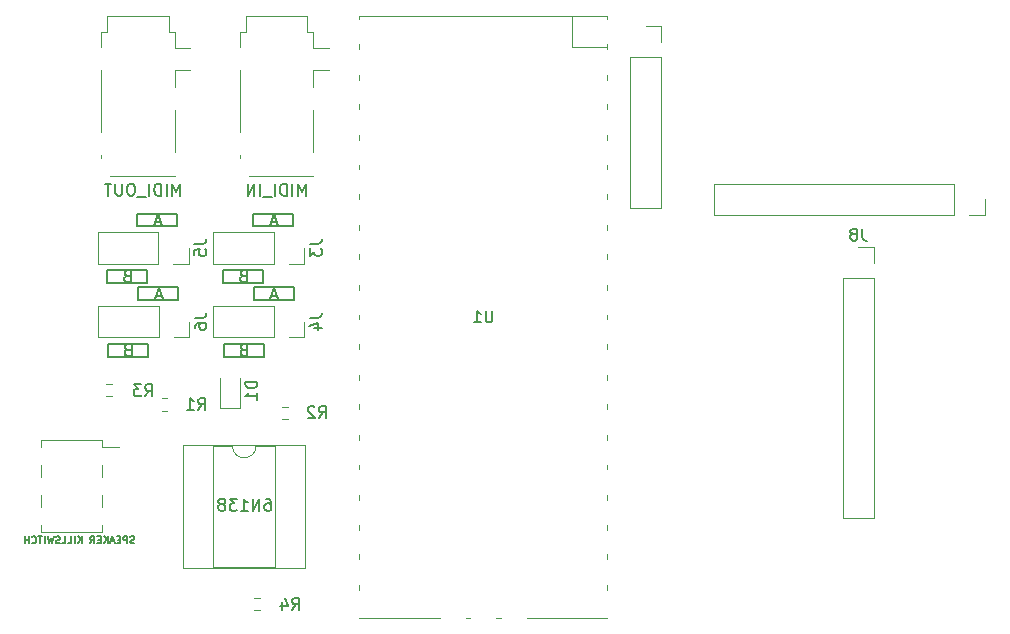
<source format=gbr>
%TF.GenerationSoftware,KiCad,Pcbnew,(6.0.7)*%
%TF.CreationDate,2024-03-03T21:38:17+09:00*%
%TF.ProjectId,pico_tracker,7069636f-5f74-4726-9163-6b65722e6b69,rev?*%
%TF.SameCoordinates,Original*%
%TF.FileFunction,Legend,Bot*%
%TF.FilePolarity,Positive*%
%FSLAX46Y46*%
G04 Gerber Fmt 4.6, Leading zero omitted, Abs format (unit mm)*
G04 Created by KiCad (PCBNEW (6.0.7)) date 2024-03-03 21:38:17*
%MOMM*%
%LPD*%
G01*
G04 APERTURE LIST*
%ADD10C,0.150000*%
%ADD11C,0.120000*%
G04 APERTURE END LIST*
D10*
X122550000Y-51700000D02*
X125950000Y-51700000D01*
X125950000Y-51700000D02*
X125950000Y-52750000D01*
X125950000Y-52750000D02*
X122550000Y-52750000D01*
X122550000Y-52750000D02*
X122550000Y-51700000D01*
X110150000Y-50250000D02*
X113550000Y-50250000D01*
X113550000Y-50250000D02*
X113550000Y-51300000D01*
X113550000Y-51300000D02*
X110150000Y-51300000D01*
X110150000Y-51300000D02*
X110150000Y-50250000D01*
X110200000Y-56500000D02*
X113600000Y-56500000D01*
X113600000Y-56500000D02*
X113600000Y-57550000D01*
X113600000Y-57550000D02*
X110200000Y-57550000D01*
X110200000Y-57550000D02*
X110200000Y-56500000D01*
X120000000Y-56500000D02*
X123400000Y-56500000D01*
X123400000Y-56500000D02*
X123400000Y-57550000D01*
X123400000Y-57550000D02*
X120000000Y-57550000D01*
X120000000Y-57550000D02*
X120000000Y-56500000D01*
X119950000Y-50250000D02*
X123350000Y-50250000D01*
X123350000Y-50250000D02*
X123350000Y-51300000D01*
X123350000Y-51300000D02*
X119950000Y-51300000D01*
X119950000Y-51300000D02*
X119950000Y-50250000D01*
X122500000Y-45450000D02*
X125900000Y-45450000D01*
X125900000Y-45450000D02*
X125900000Y-46500000D01*
X125900000Y-46500000D02*
X122500000Y-46500000D01*
X122500000Y-46500000D02*
X122500000Y-45450000D01*
X112750000Y-51700000D02*
X116150000Y-51700000D01*
X116150000Y-51700000D02*
X116150000Y-52750000D01*
X116150000Y-52750000D02*
X112750000Y-52750000D01*
X112750000Y-52750000D02*
X112750000Y-51700000D01*
X112700000Y-45450000D02*
X116100000Y-45450000D01*
X116100000Y-45450000D02*
X116100000Y-46500000D01*
X116100000Y-46500000D02*
X112700000Y-46500000D01*
X112700000Y-46500000D02*
X112700000Y-45450000D01*
X124538095Y-52416666D02*
X124061904Y-52416666D01*
X124633333Y-52702380D02*
X124300000Y-51702380D01*
X123966666Y-52702380D01*
X114738095Y-52416666D02*
X114261904Y-52416666D01*
X114833333Y-52702380D02*
X114500000Y-51702380D01*
X114166666Y-52702380D01*
X124488095Y-46166666D02*
X124011904Y-46166666D01*
X124583333Y-46452380D02*
X124250000Y-45452380D01*
X123916666Y-46452380D01*
X121628571Y-50728571D02*
X121485714Y-50776190D01*
X121438095Y-50823809D01*
X121390476Y-50919047D01*
X121390476Y-51061904D01*
X121438095Y-51157142D01*
X121485714Y-51204761D01*
X121580952Y-51252380D01*
X121961904Y-51252380D01*
X121961904Y-50252380D01*
X121628571Y-50252380D01*
X121533333Y-50300000D01*
X121485714Y-50347619D01*
X121438095Y-50442857D01*
X121438095Y-50538095D01*
X121485714Y-50633333D01*
X121533333Y-50680952D01*
X121628571Y-50728571D01*
X121961904Y-50728571D01*
X114688095Y-46166666D02*
X114211904Y-46166666D01*
X114783333Y-46452380D02*
X114450000Y-45452380D01*
X114116666Y-46452380D01*
X111878571Y-56978571D02*
X111735714Y-57026190D01*
X111688095Y-57073809D01*
X111640476Y-57169047D01*
X111640476Y-57311904D01*
X111688095Y-57407142D01*
X111735714Y-57454761D01*
X111830952Y-57502380D01*
X112211904Y-57502380D01*
X112211904Y-56502380D01*
X111878571Y-56502380D01*
X111783333Y-56550000D01*
X111735714Y-56597619D01*
X111688095Y-56692857D01*
X111688095Y-56788095D01*
X111735714Y-56883333D01*
X111783333Y-56930952D01*
X111878571Y-56978571D01*
X112211904Y-56978571D01*
X121678571Y-56978571D02*
X121535714Y-57026190D01*
X121488095Y-57073809D01*
X121440476Y-57169047D01*
X121440476Y-57311904D01*
X121488095Y-57407142D01*
X121535714Y-57454761D01*
X121630952Y-57502380D01*
X122011904Y-57502380D01*
X122011904Y-56502380D01*
X121678571Y-56502380D01*
X121583333Y-56550000D01*
X121535714Y-56597619D01*
X121488095Y-56692857D01*
X121488095Y-56788095D01*
X121535714Y-56883333D01*
X121583333Y-56930952D01*
X121678571Y-56978571D01*
X122011904Y-56978571D01*
X111828571Y-50728571D02*
X111685714Y-50776190D01*
X111638095Y-50823809D01*
X111590476Y-50919047D01*
X111590476Y-51061904D01*
X111638095Y-51157142D01*
X111685714Y-51204761D01*
X111780952Y-51252380D01*
X112161904Y-51252380D01*
X112161904Y-50252380D01*
X111828571Y-50252380D01*
X111733333Y-50300000D01*
X111685714Y-50347619D01*
X111638095Y-50442857D01*
X111638095Y-50538095D01*
X111685714Y-50633333D01*
X111733333Y-50680952D01*
X111828571Y-50728571D01*
X112161904Y-50728571D01*
%TO.C,U1*%
X142761904Y-53652380D02*
X142761904Y-54461904D01*
X142714285Y-54557142D01*
X142666666Y-54604761D01*
X142571428Y-54652380D01*
X142380952Y-54652380D01*
X142285714Y-54604761D01*
X142238095Y-54557142D01*
X142190476Y-54461904D01*
X142190476Y-53652380D01*
X141190476Y-54652380D02*
X141761904Y-54652380D01*
X141476190Y-54652380D02*
X141476190Y-53652380D01*
X141571428Y-53795238D01*
X141666666Y-53890476D01*
X141761904Y-53938095D01*
%TO.C,J5*%
X117532380Y-48016666D02*
X118246666Y-48016666D01*
X118389523Y-47969047D01*
X118484761Y-47873809D01*
X118532380Y-47730952D01*
X118532380Y-47635714D01*
X117532380Y-48969047D02*
X117532380Y-48492857D01*
X118008571Y-48445238D01*
X117960952Y-48492857D01*
X117913333Y-48588095D01*
X117913333Y-48826190D01*
X117960952Y-48921428D01*
X118008571Y-48969047D01*
X118103809Y-49016666D01*
X118341904Y-49016666D01*
X118437142Y-48969047D01*
X118484761Y-48921428D01*
X118532380Y-48826190D01*
X118532380Y-48588095D01*
X118484761Y-48492857D01*
X118437142Y-48445238D01*
%TO.C,J3*%
X127307380Y-48016666D02*
X128021666Y-48016666D01*
X128164523Y-47969047D01*
X128259761Y-47873809D01*
X128307380Y-47730952D01*
X128307380Y-47635714D01*
X127307380Y-48397619D02*
X127307380Y-49016666D01*
X127688333Y-48683333D01*
X127688333Y-48826190D01*
X127735952Y-48921428D01*
X127783571Y-48969047D01*
X127878809Y-49016666D01*
X128116904Y-49016666D01*
X128212142Y-48969047D01*
X128259761Y-48921428D01*
X128307380Y-48826190D01*
X128307380Y-48540476D01*
X128259761Y-48445238D01*
X128212142Y-48397619D01*
%TO.C,D1*%
X122852380Y-59661904D02*
X121852380Y-59661904D01*
X121852380Y-59900000D01*
X121900000Y-60042857D01*
X121995238Y-60138095D01*
X122090476Y-60185714D01*
X122280952Y-60233333D01*
X122423809Y-60233333D01*
X122614285Y-60185714D01*
X122709523Y-60138095D01*
X122804761Y-60042857D01*
X122852380Y-59900000D01*
X122852380Y-59661904D01*
X122852380Y-61185714D02*
X122852380Y-60614285D01*
X122852380Y-60900000D02*
X121852380Y-60900000D01*
X121995238Y-60804761D01*
X122090476Y-60709523D01*
X122138095Y-60614285D01*
%TO.C,J4*%
X127307380Y-54266666D02*
X128021666Y-54266666D01*
X128164523Y-54219047D01*
X128259761Y-54123809D01*
X128307380Y-53980952D01*
X128307380Y-53885714D01*
X127640714Y-55171428D02*
X128307380Y-55171428D01*
X127259761Y-54933333D02*
X127974047Y-54695238D01*
X127974047Y-55314285D01*
%TO.C,R3*%
X113366666Y-60902380D02*
X113700000Y-60426190D01*
X113938095Y-60902380D02*
X113938095Y-59902380D01*
X113557142Y-59902380D01*
X113461904Y-59950000D01*
X113414285Y-59997619D01*
X113366666Y-60092857D01*
X113366666Y-60235714D01*
X113414285Y-60330952D01*
X113461904Y-60378571D01*
X113557142Y-60426190D01*
X113938095Y-60426190D01*
X113033333Y-59902380D02*
X112414285Y-59902380D01*
X112747619Y-60283333D01*
X112604761Y-60283333D01*
X112509523Y-60330952D01*
X112461904Y-60378571D01*
X112414285Y-60473809D01*
X112414285Y-60711904D01*
X112461904Y-60807142D01*
X112509523Y-60854761D01*
X112604761Y-60902380D01*
X112890476Y-60902380D01*
X112985714Y-60854761D01*
X113033333Y-60807142D01*
%TO.C,U2*%
X123561904Y-69602380D02*
X123752380Y-69602380D01*
X123847619Y-69650000D01*
X123895238Y-69697619D01*
X123990476Y-69840476D01*
X124038095Y-70030952D01*
X124038095Y-70411904D01*
X123990476Y-70507142D01*
X123942857Y-70554761D01*
X123847619Y-70602380D01*
X123657142Y-70602380D01*
X123561904Y-70554761D01*
X123514285Y-70507142D01*
X123466666Y-70411904D01*
X123466666Y-70173809D01*
X123514285Y-70078571D01*
X123561904Y-70030952D01*
X123657142Y-69983333D01*
X123847619Y-69983333D01*
X123942857Y-70030952D01*
X123990476Y-70078571D01*
X124038095Y-70173809D01*
X123038095Y-70602380D02*
X123038095Y-69602380D01*
X122466666Y-70602380D01*
X122466666Y-69602380D01*
X121466666Y-70602380D02*
X122038095Y-70602380D01*
X121752380Y-70602380D02*
X121752380Y-69602380D01*
X121847619Y-69745238D01*
X121942857Y-69840476D01*
X122038095Y-69888095D01*
X121133333Y-69602380D02*
X120514285Y-69602380D01*
X120847619Y-69983333D01*
X120704761Y-69983333D01*
X120609523Y-70030952D01*
X120561904Y-70078571D01*
X120514285Y-70173809D01*
X120514285Y-70411904D01*
X120561904Y-70507142D01*
X120609523Y-70554761D01*
X120704761Y-70602380D01*
X120990476Y-70602380D01*
X121085714Y-70554761D01*
X121133333Y-70507142D01*
X119942857Y-70030952D02*
X120038095Y-69983333D01*
X120085714Y-69935714D01*
X120133333Y-69840476D01*
X120133333Y-69792857D01*
X120085714Y-69697619D01*
X120038095Y-69650000D01*
X119942857Y-69602380D01*
X119752380Y-69602380D01*
X119657142Y-69650000D01*
X119609523Y-69697619D01*
X119561904Y-69792857D01*
X119561904Y-69840476D01*
X119609523Y-69935714D01*
X119657142Y-69983333D01*
X119752380Y-70030952D01*
X119942857Y-70030952D01*
X120038095Y-70078571D01*
X120085714Y-70126190D01*
X120133333Y-70221428D01*
X120133333Y-70411904D01*
X120085714Y-70507142D01*
X120038095Y-70554761D01*
X119942857Y-70602380D01*
X119752380Y-70602380D01*
X119657142Y-70554761D01*
X119609523Y-70507142D01*
X119561904Y-70411904D01*
X119561904Y-70221428D01*
X119609523Y-70126190D01*
X119657142Y-70078571D01*
X119752380Y-70030952D01*
%TO.C,J1*%
X116319047Y-43917380D02*
X116319047Y-42917380D01*
X115985714Y-43631666D01*
X115652380Y-42917380D01*
X115652380Y-43917380D01*
X115176190Y-43917380D02*
X115176190Y-42917380D01*
X114700000Y-43917380D02*
X114700000Y-42917380D01*
X114461904Y-42917380D01*
X114319047Y-42965000D01*
X114223809Y-43060238D01*
X114176190Y-43155476D01*
X114128571Y-43345952D01*
X114128571Y-43488809D01*
X114176190Y-43679285D01*
X114223809Y-43774523D01*
X114319047Y-43869761D01*
X114461904Y-43917380D01*
X114700000Y-43917380D01*
X113700000Y-43917380D02*
X113700000Y-42917380D01*
X113461904Y-44012619D02*
X112700000Y-44012619D01*
X112271428Y-42917380D02*
X112080952Y-42917380D01*
X111985714Y-42965000D01*
X111890476Y-43060238D01*
X111842857Y-43250714D01*
X111842857Y-43584047D01*
X111890476Y-43774523D01*
X111985714Y-43869761D01*
X112080952Y-43917380D01*
X112271428Y-43917380D01*
X112366666Y-43869761D01*
X112461904Y-43774523D01*
X112509523Y-43584047D01*
X112509523Y-43250714D01*
X112461904Y-43060238D01*
X112366666Y-42965000D01*
X112271428Y-42917380D01*
X111414285Y-42917380D02*
X111414285Y-43726904D01*
X111366666Y-43822142D01*
X111319047Y-43869761D01*
X111223809Y-43917380D01*
X111033333Y-43917380D01*
X110938095Y-43869761D01*
X110890476Y-43822142D01*
X110842857Y-43726904D01*
X110842857Y-42917380D01*
X110509523Y-42917380D02*
X109938095Y-42917380D01*
X110223809Y-43917380D02*
X110223809Y-42917380D01*
%TO.C,R1*%
X117866666Y-62052380D02*
X118200000Y-61576190D01*
X118438095Y-62052380D02*
X118438095Y-61052380D01*
X118057142Y-61052380D01*
X117961904Y-61100000D01*
X117914285Y-61147619D01*
X117866666Y-61242857D01*
X117866666Y-61385714D01*
X117914285Y-61480952D01*
X117961904Y-61528571D01*
X118057142Y-61576190D01*
X118438095Y-61576190D01*
X116914285Y-62052380D02*
X117485714Y-62052380D01*
X117200000Y-62052380D02*
X117200000Y-61052380D01*
X117295238Y-61195238D01*
X117390476Y-61290476D01*
X117485714Y-61338095D01*
%TO.C,R4*%
X125816666Y-79002380D02*
X126150000Y-78526190D01*
X126388095Y-79002380D02*
X126388095Y-78002380D01*
X126007142Y-78002380D01*
X125911904Y-78050000D01*
X125864285Y-78097619D01*
X125816666Y-78192857D01*
X125816666Y-78335714D01*
X125864285Y-78430952D01*
X125911904Y-78478571D01*
X126007142Y-78526190D01*
X126388095Y-78526190D01*
X124959523Y-78335714D02*
X124959523Y-79002380D01*
X125197619Y-77954761D02*
X125435714Y-78669047D01*
X124816666Y-78669047D01*
%TO.C,R2*%
X128066666Y-62752380D02*
X128400000Y-62276190D01*
X128638095Y-62752380D02*
X128638095Y-61752380D01*
X128257142Y-61752380D01*
X128161904Y-61800000D01*
X128114285Y-61847619D01*
X128066666Y-61942857D01*
X128066666Y-62085714D01*
X128114285Y-62180952D01*
X128161904Y-62228571D01*
X128257142Y-62276190D01*
X128638095Y-62276190D01*
X127685714Y-61847619D02*
X127638095Y-61800000D01*
X127542857Y-61752380D01*
X127304761Y-61752380D01*
X127209523Y-61800000D01*
X127161904Y-61847619D01*
X127114285Y-61942857D01*
X127114285Y-62038095D01*
X127161904Y-62180952D01*
X127733333Y-62752380D01*
X127114285Y-62752380D01*
%TO.C,J2*%
X126952380Y-43917380D02*
X126952380Y-42917380D01*
X126619047Y-43631666D01*
X126285714Y-42917380D01*
X126285714Y-43917380D01*
X125809523Y-43917380D02*
X125809523Y-42917380D01*
X125333333Y-43917380D02*
X125333333Y-42917380D01*
X125095238Y-42917380D01*
X124952380Y-42965000D01*
X124857142Y-43060238D01*
X124809523Y-43155476D01*
X124761904Y-43345952D01*
X124761904Y-43488809D01*
X124809523Y-43679285D01*
X124857142Y-43774523D01*
X124952380Y-43869761D01*
X125095238Y-43917380D01*
X125333333Y-43917380D01*
X124333333Y-43917380D02*
X124333333Y-42917380D01*
X124095238Y-44012619D02*
X123333333Y-44012619D01*
X123095238Y-43917380D02*
X123095238Y-42917380D01*
X122619047Y-43917380D02*
X122619047Y-42917380D01*
X122047619Y-43917380D01*
X122047619Y-42917380D01*
%TO.C,J8*%
X174083333Y-46722380D02*
X174083333Y-47436666D01*
X174130952Y-47579523D01*
X174226190Y-47674761D01*
X174369047Y-47722380D01*
X174464285Y-47722380D01*
X173464285Y-47150952D02*
X173559523Y-47103333D01*
X173607142Y-47055714D01*
X173654761Y-46960476D01*
X173654761Y-46912857D01*
X173607142Y-46817619D01*
X173559523Y-46770000D01*
X173464285Y-46722380D01*
X173273809Y-46722380D01*
X173178571Y-46770000D01*
X173130952Y-46817619D01*
X173083333Y-46912857D01*
X173083333Y-46960476D01*
X173130952Y-47055714D01*
X173178571Y-47103333D01*
X173273809Y-47150952D01*
X173464285Y-47150952D01*
X173559523Y-47198571D01*
X173607142Y-47246190D01*
X173654761Y-47341428D01*
X173654761Y-47531904D01*
X173607142Y-47627142D01*
X173559523Y-47674761D01*
X173464285Y-47722380D01*
X173273809Y-47722380D01*
X173178571Y-47674761D01*
X173130952Y-47627142D01*
X173083333Y-47531904D01*
X173083333Y-47341428D01*
X173130952Y-47246190D01*
X173178571Y-47198571D01*
X173273809Y-47150952D01*
%TO.C,J6*%
X117557380Y-54266666D02*
X118271666Y-54266666D01*
X118414523Y-54219047D01*
X118509761Y-54123809D01*
X118557380Y-53980952D01*
X118557380Y-53885714D01*
X117557380Y-55171428D02*
X117557380Y-54980952D01*
X117605000Y-54885714D01*
X117652619Y-54838095D01*
X117795476Y-54742857D01*
X117985952Y-54695238D01*
X118366904Y-54695238D01*
X118462142Y-54742857D01*
X118509761Y-54790476D01*
X118557380Y-54885714D01*
X118557380Y-55076190D01*
X118509761Y-55171428D01*
X118462142Y-55219047D01*
X118366904Y-55266666D01*
X118128809Y-55266666D01*
X118033571Y-55219047D01*
X117985952Y-55171428D01*
X117938333Y-55076190D01*
X117938333Y-54885714D01*
X117985952Y-54790476D01*
X118033571Y-54742857D01*
X118128809Y-54695238D01*
%TO.C,J9*%
X112442857Y-73342857D02*
X112357142Y-73371428D01*
X112214285Y-73371428D01*
X112157142Y-73342857D01*
X112128571Y-73314285D01*
X112100000Y-73257142D01*
X112100000Y-73200000D01*
X112128571Y-73142857D01*
X112157142Y-73114285D01*
X112214285Y-73085714D01*
X112328571Y-73057142D01*
X112385714Y-73028571D01*
X112414285Y-73000000D01*
X112442857Y-72942857D01*
X112442857Y-72885714D01*
X112414285Y-72828571D01*
X112385714Y-72800000D01*
X112328571Y-72771428D01*
X112185714Y-72771428D01*
X112100000Y-72800000D01*
X111842857Y-73371428D02*
X111842857Y-72771428D01*
X111614285Y-72771428D01*
X111557142Y-72800000D01*
X111528571Y-72828571D01*
X111500000Y-72885714D01*
X111500000Y-72971428D01*
X111528571Y-73028571D01*
X111557142Y-73057142D01*
X111614285Y-73085714D01*
X111842857Y-73085714D01*
X111242857Y-73057142D02*
X111042857Y-73057142D01*
X110957142Y-73371428D02*
X111242857Y-73371428D01*
X111242857Y-72771428D01*
X110957142Y-72771428D01*
X110728571Y-73200000D02*
X110442857Y-73200000D01*
X110785714Y-73371428D02*
X110585714Y-72771428D01*
X110385714Y-73371428D01*
X110185714Y-73371428D02*
X110185714Y-72771428D01*
X109842857Y-73371428D02*
X110100000Y-73028571D01*
X109842857Y-72771428D02*
X110185714Y-73114285D01*
X109585714Y-73057142D02*
X109385714Y-73057142D01*
X109300000Y-73371428D02*
X109585714Y-73371428D01*
X109585714Y-72771428D01*
X109300000Y-72771428D01*
X108700000Y-73371428D02*
X108900000Y-73085714D01*
X109042857Y-73371428D02*
X109042857Y-72771428D01*
X108814285Y-72771428D01*
X108757142Y-72800000D01*
X108728571Y-72828571D01*
X108700000Y-72885714D01*
X108700000Y-72971428D01*
X108728571Y-73028571D01*
X108757142Y-73057142D01*
X108814285Y-73085714D01*
X109042857Y-73085714D01*
X107985714Y-73371428D02*
X107985714Y-72771428D01*
X107642857Y-73371428D02*
X107900000Y-73028571D01*
X107642857Y-72771428D02*
X107985714Y-73114285D01*
X107385714Y-73371428D02*
X107385714Y-72771428D01*
X106814285Y-73371428D02*
X107100000Y-73371428D01*
X107100000Y-72771428D01*
X106328571Y-73371428D02*
X106614285Y-73371428D01*
X106614285Y-72771428D01*
X106157142Y-73342857D02*
X106071428Y-73371428D01*
X105928571Y-73371428D01*
X105871428Y-73342857D01*
X105842857Y-73314285D01*
X105814285Y-73257142D01*
X105814285Y-73200000D01*
X105842857Y-73142857D01*
X105871428Y-73114285D01*
X105928571Y-73085714D01*
X106042857Y-73057142D01*
X106100000Y-73028571D01*
X106128571Y-73000000D01*
X106157142Y-72942857D01*
X106157142Y-72885714D01*
X106128571Y-72828571D01*
X106100000Y-72800000D01*
X106042857Y-72771428D01*
X105900000Y-72771428D01*
X105814285Y-72800000D01*
X105614285Y-72771428D02*
X105471428Y-73371428D01*
X105357142Y-72942857D01*
X105242857Y-73371428D01*
X105100000Y-72771428D01*
X104871428Y-73371428D02*
X104871428Y-72771428D01*
X104671428Y-72771428D02*
X104328571Y-72771428D01*
X104500000Y-73371428D02*
X104500000Y-72771428D01*
X103785714Y-73314285D02*
X103814285Y-73342857D01*
X103900000Y-73371428D01*
X103957142Y-73371428D01*
X104042857Y-73342857D01*
X104100000Y-73285714D01*
X104128571Y-73228571D01*
X104157142Y-73114285D01*
X104157142Y-73028571D01*
X104128571Y-72914285D01*
X104100000Y-72857142D01*
X104042857Y-72800000D01*
X103957142Y-72771428D01*
X103900000Y-72771428D01*
X103814285Y-72800000D01*
X103785714Y-72828571D01*
X103528571Y-73371428D02*
X103528571Y-72771428D01*
X103528571Y-73057142D02*
X103185714Y-73057142D01*
X103185714Y-73371428D02*
X103185714Y-72771428D01*
D11*
%TO.C,REF1*%
X183150000Y-45580000D02*
X184480000Y-45580000D01*
X184480000Y-45580000D02*
X184480000Y-44250000D01*
X161500000Y-45580000D02*
X161500000Y-42920000D01*
X181880000Y-45580000D02*
X161500000Y-45580000D01*
X181880000Y-42920000D02*
X161500000Y-42920000D01*
X181880000Y-45580000D02*
X181880000Y-42920000D01*
%TO.C,U1*%
X152500000Y-59100000D02*
X152500000Y-59500000D01*
X152500000Y-43800000D02*
X152500000Y-44200000D01*
X140900000Y-79700000D02*
X140500000Y-79700000D01*
X152500000Y-36200000D02*
X152500000Y-36600000D01*
X152500000Y-54000000D02*
X152500000Y-54400000D01*
X143500000Y-79700000D02*
X143100000Y-79700000D01*
X131500000Y-59100000D02*
X131500000Y-59500000D01*
X131500000Y-43800000D02*
X131500000Y-44200000D01*
X131500000Y-31100000D02*
X131500000Y-31500000D01*
X131500000Y-36200000D02*
X131500000Y-36600000D01*
X152500000Y-28700000D02*
X152500000Y-29000000D01*
X131500000Y-71800000D02*
X131500000Y-72200000D01*
X131500000Y-54000000D02*
X131500000Y-54400000D01*
X131500000Y-51500000D02*
X131500000Y-51900000D01*
X152500000Y-69300000D02*
X152500000Y-69700000D01*
X152500000Y-66700000D02*
X152500000Y-67100000D01*
X152500000Y-31367000D02*
X149493000Y-31367000D01*
X152500000Y-38800000D02*
X152500000Y-39200000D01*
X152500000Y-56500000D02*
X152500000Y-56900000D01*
X131500000Y-64200000D02*
X131500000Y-64600000D01*
X152500000Y-33700000D02*
X152500000Y-34100000D01*
X131500000Y-33700000D02*
X131500000Y-34100000D01*
X131500000Y-61600000D02*
X131500000Y-62000000D01*
X152500000Y-61600000D02*
X152500000Y-62000000D01*
X152500000Y-46400000D02*
X152500000Y-46800000D01*
X152500000Y-71800000D02*
X152500000Y-72200000D01*
X131500000Y-48900000D02*
X131500000Y-49300000D01*
X131500000Y-79700000D02*
X138300000Y-79700000D01*
X149493000Y-31367000D02*
X149493000Y-28700000D01*
X152500000Y-48900000D02*
X152500000Y-49300000D01*
X131500000Y-46400000D02*
X131500000Y-46800000D01*
X152500000Y-41300000D02*
X152500000Y-41700000D01*
X152500000Y-28700000D02*
X131500000Y-28700000D01*
X131500000Y-74300000D02*
X131500000Y-74700000D01*
X131500000Y-38800000D02*
X131500000Y-39200000D01*
X145700000Y-79700000D02*
X152500000Y-79700000D01*
X152500000Y-76900000D02*
X152500000Y-77300000D01*
X131500000Y-28700000D02*
X131500000Y-29000000D01*
X131500000Y-76900000D02*
X131500000Y-77300000D01*
X131500000Y-56500000D02*
X131500000Y-56900000D01*
X131500000Y-41300000D02*
X131500000Y-41700000D01*
X152500000Y-64200000D02*
X152500000Y-64600000D01*
X131500000Y-66700000D02*
X131500000Y-67100000D01*
X131500000Y-69300000D02*
X131500000Y-69700000D01*
X152500000Y-51500000D02*
X152500000Y-51900000D01*
X152500000Y-31100000D02*
X152500000Y-31500000D01*
X152500000Y-74300000D02*
X152500000Y-74700000D01*
%TO.C,J5*%
X117080000Y-49680000D02*
X117080000Y-48350000D01*
X109340000Y-49680000D02*
X109340000Y-47020000D01*
X114480000Y-49680000D02*
X114480000Y-47020000D01*
X114480000Y-47020000D02*
X109340000Y-47020000D01*
X115750000Y-49680000D02*
X117080000Y-49680000D01*
X114480000Y-49680000D02*
X109340000Y-49680000D01*
%TO.C,J3*%
X126855000Y-49680000D02*
X126855000Y-48350000D01*
X124255000Y-49680000D02*
X119115000Y-49680000D01*
X119115000Y-49680000D02*
X119115000Y-47020000D01*
X124255000Y-49680000D02*
X124255000Y-47020000D01*
X125525000Y-49680000D02*
X126855000Y-49680000D01*
X124255000Y-47020000D02*
X119115000Y-47020000D01*
%TO.C,D1*%
X121400000Y-61900000D02*
X119700000Y-61900000D01*
X121400000Y-61900000D02*
X121400000Y-59350000D01*
X119700000Y-61900000D02*
X119700000Y-59350000D01*
%TO.C,J4*%
X119115000Y-55930000D02*
X119115000Y-53270000D01*
X124255000Y-55930000D02*
X119115000Y-55930000D01*
X124255000Y-53270000D02*
X119115000Y-53270000D01*
X125525000Y-55930000D02*
X126855000Y-55930000D01*
X126855000Y-55930000D02*
X126855000Y-54600000D01*
X124255000Y-55930000D02*
X124255000Y-53270000D01*
%TO.C,R3*%
X110537258Y-59877500D02*
X110062742Y-59877500D01*
X110537258Y-60922500D02*
X110062742Y-60922500D01*
%TO.C,U3*%
X157080000Y-30900000D02*
X157080000Y-29570000D01*
X157080000Y-32170000D02*
X157080000Y-44930000D01*
X157080000Y-44930000D02*
X154420000Y-44930000D01*
X157080000Y-32170000D02*
X154420000Y-32170000D01*
X157080000Y-29570000D02*
X155750000Y-29570000D01*
X154420000Y-32170000D02*
X154420000Y-44930000D01*
%TO.C,U2*%
X116610000Y-65050000D02*
X126890000Y-65050000D01*
X122750000Y-65110000D02*
X124400000Y-65110000D01*
X119100000Y-75390000D02*
X119100000Y-65110000D01*
X126890000Y-75450000D02*
X116610000Y-75450000D01*
X124400000Y-65110000D02*
X124400000Y-75390000D01*
X124400000Y-75390000D02*
X119100000Y-75390000D01*
X126890000Y-65050000D02*
X126890000Y-75450000D01*
X116610000Y-75450000D02*
X116610000Y-65050000D01*
X119100000Y-65110000D02*
X120750000Y-65110000D01*
X120750000Y-65110000D02*
G75*
G03*
X122750000Y-65110000I1000000J0D01*
G01*
%TO.C,J1*%
X110400000Y-42300000D02*
X115850000Y-42300000D01*
X110150000Y-28750000D02*
X110150000Y-30100000D01*
X115850000Y-40250000D02*
X115850000Y-36650000D01*
X115850000Y-34750000D02*
X115850000Y-33250000D01*
X115350000Y-30100000D02*
X115350000Y-28750000D01*
X115850000Y-30100000D02*
X115350000Y-30100000D01*
X109650000Y-40450000D02*
X109650000Y-40750000D01*
X115350000Y-28750000D02*
X110150000Y-28750000D01*
X109650000Y-30100000D02*
X109650000Y-31300000D01*
X115850000Y-31400000D02*
X117200000Y-31400000D01*
X109650000Y-33250000D02*
X109650000Y-38500000D01*
X110150000Y-30100000D02*
X109650000Y-30100000D01*
X115850000Y-31400000D02*
X115850000Y-30100000D01*
X115850000Y-33250000D02*
X117200000Y-33250000D01*
%TO.C,R1*%
X114762742Y-62122500D02*
X115237258Y-62122500D01*
X114762742Y-61077500D02*
X115237258Y-61077500D01*
%TO.C,R4*%
X122612742Y-77977500D02*
X123087258Y-77977500D01*
X122612742Y-79022500D02*
X123087258Y-79022500D01*
%TO.C,R2*%
X125437258Y-62822500D02*
X124962742Y-62822500D01*
X125437258Y-61777500D02*
X124962742Y-61777500D01*
%TO.C,J2*%
X121400000Y-40450000D02*
X121400000Y-40750000D01*
X127600000Y-34750000D02*
X127600000Y-33250000D01*
X127100000Y-28750000D02*
X121900000Y-28750000D01*
X121400000Y-33250000D02*
X121400000Y-38500000D01*
X127100000Y-30100000D02*
X127100000Y-28750000D01*
X121400000Y-30100000D02*
X121400000Y-31300000D01*
X127600000Y-30100000D02*
X127100000Y-30100000D01*
X121900000Y-30100000D02*
X121400000Y-30100000D01*
X121900000Y-28750000D02*
X121900000Y-30100000D01*
X127600000Y-31400000D02*
X127600000Y-30100000D01*
X127600000Y-40250000D02*
X127600000Y-36650000D01*
X127600000Y-33250000D02*
X128950000Y-33250000D01*
X122150000Y-42300000D02*
X127600000Y-42300000D01*
X127600000Y-31400000D02*
X128950000Y-31400000D01*
%TO.C,J8*%
X175080000Y-50870000D02*
X175080000Y-71250000D01*
X175080000Y-50870000D02*
X172420000Y-50870000D01*
X175080000Y-49600000D02*
X175080000Y-48270000D01*
X175080000Y-71250000D02*
X172420000Y-71250000D01*
X175080000Y-48270000D02*
X173750000Y-48270000D01*
X172420000Y-50870000D02*
X172420000Y-71250000D01*
%TO.C,J6*%
X117105000Y-55930000D02*
X117105000Y-54600000D01*
X109365000Y-55930000D02*
X109365000Y-53270000D01*
X115775000Y-55930000D02*
X117105000Y-55930000D01*
X114505000Y-53270000D02*
X109365000Y-53270000D01*
X114505000Y-55930000D02*
X109365000Y-55930000D01*
X114505000Y-55930000D02*
X114505000Y-53270000D01*
%TO.C,J9*%
X104525000Y-64630000D02*
X104525000Y-65200000D01*
X109725000Y-69260000D02*
X109725000Y-70280000D01*
X111165000Y-65200000D02*
X109725000Y-65200000D01*
X104525000Y-69260000D02*
X104525000Y-70280000D01*
X104525000Y-66720000D02*
X104525000Y-67740000D01*
X109725000Y-66720000D02*
X109725000Y-67740000D01*
X109725000Y-64630000D02*
X104525000Y-64630000D01*
X109725000Y-64630000D02*
X109725000Y-65200000D01*
X104525000Y-71800000D02*
X104525000Y-72370000D01*
X109725000Y-71800000D02*
X109725000Y-72370000D01*
X109725000Y-72370000D02*
X104525000Y-72370000D01*
%TD*%
M02*

</source>
